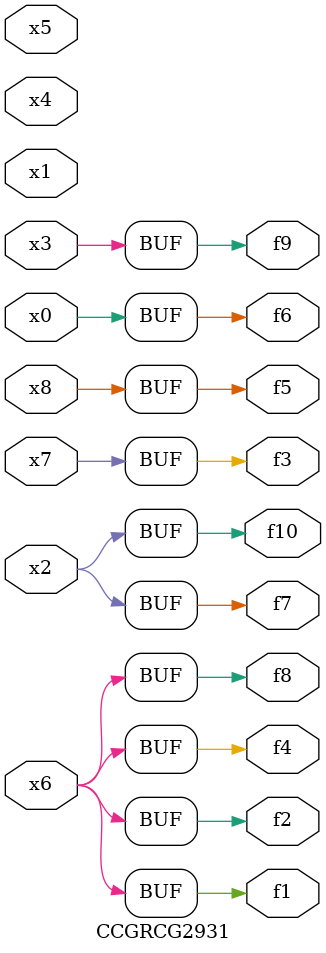
<source format=v>
module CCGRCG2931(
	input x0, x1, x2, x3, x4, x5, x6, x7, x8,
	output f1, f2, f3, f4, f5, f6, f7, f8, f9, f10
);
	assign f1 = x6;
	assign f2 = x6;
	assign f3 = x7;
	assign f4 = x6;
	assign f5 = x8;
	assign f6 = x0;
	assign f7 = x2;
	assign f8 = x6;
	assign f9 = x3;
	assign f10 = x2;
endmodule

</source>
